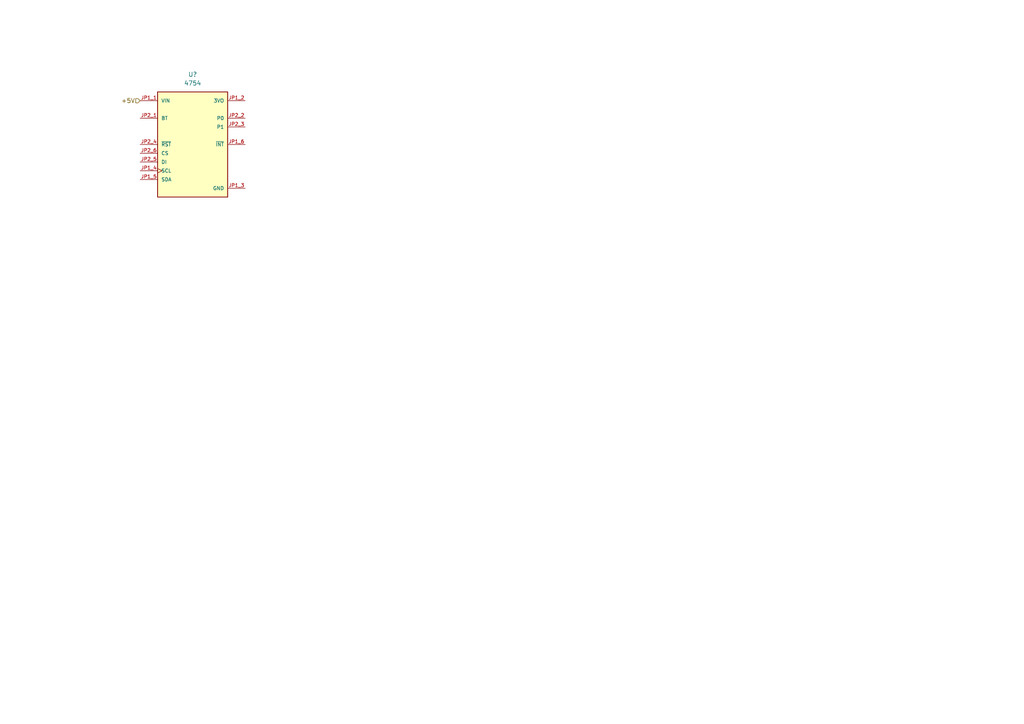
<source format=kicad_sch>
(kicad_sch (version 20250114) (generator "eeschema") (generator_version "9.0")
  (paper "A4")
  (lib_symbols
    (symbol "4754:4754" (pin_names (offset 1.016))
      (property "Reference" "U" (at -10.16 16.002 0))
      (property "Value" "4754" (at -10.16 -17.78 0))
      (symbol "4754_0_0"
        (rectangle (start -10.16 -15.24) (end 10.16 15.24) (stroke (width 0.254)) (fill (type background)))
        (pin input line (at -15.24 12.7 0) (length 5.08) (name "VIN") (number "JP1_1"))
        (pin input line (at -15.24 7.62 0) (length 5.08) (name "BT") (number "JP2_1"))
        (pin input line (at -15.24 0 0) (length 5.08) (name "~{RST}") (number "JP2_4"))
        (pin input line (at -15.24 -2.54 0) (length 5.08) (name "CS") (number "JP2_6"))
        (pin input line (at -15.24 -5.08 0) (length 5.08) (name "DI") (number "JP2_5"))
        (pin bidirectional clock (at -15.24 -7.62 0) (length 5.08) (name "SCL") (number "JP1_4"))
        (pin bidirectional line (at -15.24 -10.16 0) (length 5.08) (name "SDA") (number "JP1_5"))
        (pin output line (at 15.24 12.7 180) (length 5.08) (name "3VO") (number "JP1_2"))
        (pin bidirectional line (at 15.24 7.62 180) (length 5.08) (name "P0") (number "JP2_2"))
        (pin bidirectional line (at 15.24 5.08 180) (length 5.08) (name "P1") (number "JP2_3"))
        (pin output line (at 15.24 0 180) (length 5.08) (name "~{INT}") (number "JP1_6"))
        (pin power_in line (at 15.24 -12.7 180) (length 5.08) (name "GND") (number "JP1_3"))
      )
    )
  )
  (hierarchical_label "+5V" (shape input) (at 40.64 29.21 180))
  (symbol (lib_id "4754:4754") (at 55.88 41.91 0) (unit 1)
    (property "Reference" "U?" (at 55.88 21.59 0))
    (property "Value" "4754" (at 55.88 24.13 0))
    (property "Footprint" "4754:MODULE_4754" (effects (hide yes)))
    (property "MF" "Adafruit" (effects (hide yes)))
    (property "MAXIMUM_PACKAGE_HEIGHT" "4.6mm" (effects (hide yes)))
    (property "Package" "None" (effects (hide yes)))
    (property "Price" "None" (effects (hide yes)))
    (property "Check_prices" "https://www.snapeda.com/parts/4754/Adafruit+Industries/view-part/?ref=eda" (effects (hide yes)))
    (property "STANDARD" "Manufacturer Recommendations" (effects (hide yes)))
    (property "PARTREV" "2021-03-16" (effects (hide yes)))
    (property "SnapEDA_Link" "https://www.snapeda.com/parts/4754/Adafruit+Industries/view-part/?ref=snap" (effects (hide yes)))
    (property "MP" "4754" (effects (hide yes)))
    (property "Description_1" "Adafruit 9-DOF Orientation IMU Fusion Breakout - BNO085 (BNO080) - STEMMA QT / Qwiic" (effects (hide yes)))
    (property "MANUFACTURER" "Adafruit" (effects (hide yes)))
    (property "Availability" "In Stock" (effects (hide yes)))
    (property "SNAPEDA_PN" "4754" (effects (hide yes)))
  )
)
</source>
